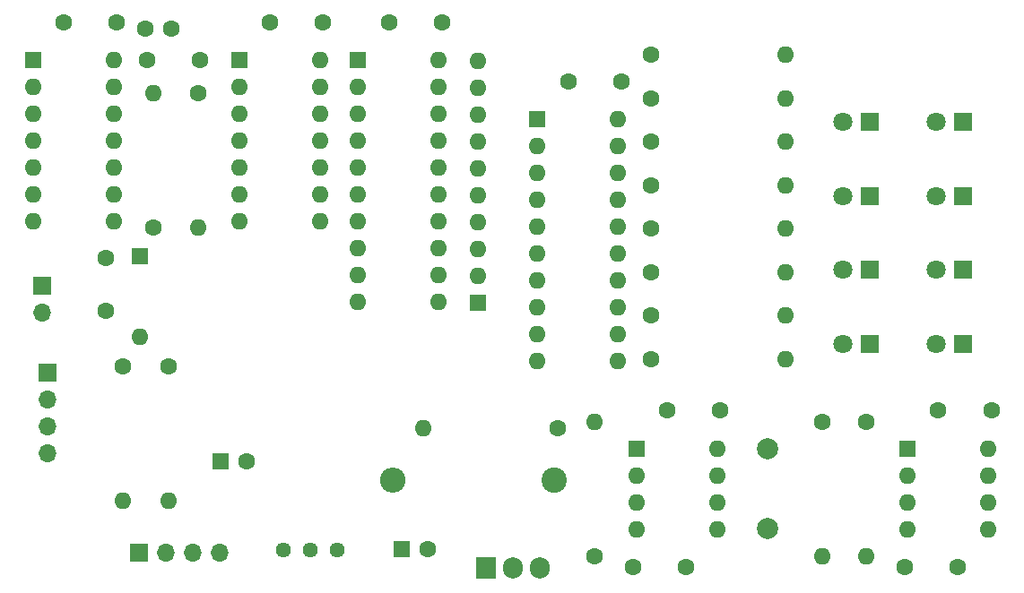
<source format=gbr>
%TF.GenerationSoftware,KiCad,Pcbnew,8.0.3*%
%TF.CreationDate,2024-12-27T16:28:35-08:00*%
%TF.ProjectId,enph259-servo,656e7068-3235-4392-9d73-6572766f2e6b,1*%
%TF.SameCoordinates,Original*%
%TF.FileFunction,Soldermask,Bot*%
%TF.FilePolarity,Negative*%
%FSLAX46Y46*%
G04 Gerber Fmt 4.6, Leading zero omitted, Abs format (unit mm)*
G04 Created by KiCad (PCBNEW 8.0.3) date 2024-12-27 16:28:35*
%MOMM*%
%LPD*%
G01*
G04 APERTURE LIST*
%ADD10C,2.000000*%
%ADD11R,1.905000X2.000000*%
%ADD12O,1.905000X2.000000*%
%ADD13R,1.600000X1.600000*%
%ADD14C,1.600000*%
%ADD15C,1.440000*%
%ADD16O,1.600000X1.600000*%
%ADD17R,1.800000X1.800000*%
%ADD18C,1.800000*%
%ADD19R,1.700000X1.700000*%
%ADD20O,1.700000X1.700000*%
%ADD21C,2.400000*%
%ADD22O,2.400000X2.400000*%
G04 APERTURE END LIST*
D10*
%TO.C,C7*%
X125100000Y-81745000D03*
X125100000Y-74245000D03*
%TD*%
D11*
%TO.C,Q1*%
X98460000Y-85500000D03*
D12*
X101000000Y-85500000D03*
X103540000Y-85500000D03*
%TD*%
D13*
%TO.C,C11*%
X90500000Y-83700000D03*
D14*
X93000000Y-83700000D03*
%TD*%
D15*
%TO.C,RV1*%
X84400000Y-83800000D03*
X81860000Y-83800000D03*
X79320000Y-83800000D03*
%TD*%
D14*
%TO.C,C5*%
X120580000Y-70600000D03*
X115580000Y-70600000D03*
%TD*%
D13*
%TO.C,U4*%
X103330000Y-43060000D03*
D16*
X103330000Y-45600000D03*
X103330000Y-48140000D03*
X103330000Y-50680000D03*
X103330000Y-53220000D03*
X103330000Y-55760000D03*
X103330000Y-58300000D03*
X103330000Y-60840000D03*
X103330000Y-63380000D03*
X103330000Y-65920000D03*
X110950000Y-65920000D03*
X110950000Y-63380000D03*
X110950000Y-60840000D03*
X110950000Y-58300000D03*
X110950000Y-55760000D03*
X110950000Y-53220000D03*
X110950000Y-50680000D03*
X110950000Y-48140000D03*
X110950000Y-45600000D03*
X110950000Y-43060000D03*
%TD*%
D14*
%TO.C,R1*%
X67100000Y-53260000D03*
D16*
X67100000Y-40560000D03*
%TD*%
D14*
%TO.C,R14*%
X105300000Y-72250000D03*
D16*
X92600000Y-72250000D03*
%TD*%
D13*
%TO.C,C12*%
X73400000Y-75400000D03*
D14*
X75900000Y-75400000D03*
%TD*%
D17*
%TO.C,D6*%
X134690000Y-50300000D03*
D18*
X132150000Y-50300000D03*
%TD*%
D14*
%TO.C,C3*%
X138000000Y-85400000D03*
X143000000Y-85400000D03*
%TD*%
%TO.C,R6*%
X114050000Y-45200000D03*
D16*
X126750000Y-45200000D03*
%TD*%
D14*
%TO.C,R10*%
X114050000Y-61600000D03*
D16*
X126750000Y-61600000D03*
%TD*%
D13*
%TO.C,U6*%
X112680000Y-74200000D03*
D16*
X112680000Y-76740000D03*
X112680000Y-79280000D03*
X112680000Y-81820000D03*
X120300000Y-81820000D03*
X120300000Y-79280000D03*
X120300000Y-76740000D03*
X120300000Y-74200000D03*
%TD*%
D14*
%TO.C,R18*%
X64200000Y-66450000D03*
D16*
X64200000Y-79150000D03*
%TD*%
D17*
%TO.C,D4*%
X143490000Y-64300000D03*
D18*
X140950000Y-64300000D03*
%TD*%
D14*
%TO.C,R13*%
X130200000Y-71650000D03*
D16*
X130200000Y-84350000D03*
%TD*%
D14*
%TO.C,R2*%
X71300000Y-40560000D03*
D16*
X71300000Y-53260000D03*
%TD*%
D14*
%TO.C,R12*%
X134400000Y-71650000D03*
D16*
X134400000Y-84350000D03*
%TD*%
D14*
%TO.C,R8*%
X114050000Y-53400000D03*
D16*
X126750000Y-53400000D03*
%TD*%
D14*
%TO.C,R7*%
X114050000Y-49300000D03*
D16*
X126750000Y-49300000D03*
%TD*%
D14*
%TO.C,R17*%
X68500000Y-66450000D03*
D16*
X68500000Y-79150000D03*
%TD*%
D13*
%TO.C,U2*%
X75200000Y-37460000D03*
D16*
X75200000Y-40000000D03*
X75200000Y-42540000D03*
X75200000Y-45080000D03*
X75200000Y-47620000D03*
X75200000Y-50160000D03*
X75200000Y-52700000D03*
X82820000Y-52700000D03*
X82820000Y-50160000D03*
X82820000Y-47620000D03*
X82820000Y-45080000D03*
X82820000Y-42540000D03*
X82820000Y-40000000D03*
X82820000Y-37460000D03*
%TD*%
D14*
%TO.C,C8*%
X94300000Y-33900000D03*
X89300000Y-33900000D03*
%TD*%
D19*
%TO.C,M1*%
X56600000Y-58800000D03*
D20*
X56600000Y-61340000D03*
%TD*%
D17*
%TO.C,D1*%
X143490000Y-43300000D03*
D18*
X140950000Y-43300000D03*
%TD*%
D14*
%TO.C,R5*%
X114050000Y-41100000D03*
D16*
X126750000Y-41100000D03*
%TD*%
D13*
%TO.C,R3*%
X97700000Y-60410000D03*
D16*
X97700000Y-57870000D03*
X97700000Y-55330000D03*
X97700000Y-52790000D03*
X97700000Y-50250000D03*
X97700000Y-47710000D03*
X97700000Y-45170000D03*
X97700000Y-42630000D03*
X97700000Y-40090000D03*
X97700000Y-37550000D03*
%TD*%
D14*
%TO.C,C10*%
X63600000Y-33900000D03*
X58600000Y-33900000D03*
%TD*%
D13*
%TO.C,U1*%
X55700000Y-37460000D03*
D16*
X55700000Y-40000000D03*
X55700000Y-42540000D03*
X55700000Y-45080000D03*
X55700000Y-47620000D03*
X55700000Y-50160000D03*
X55700000Y-52700000D03*
X63320000Y-52700000D03*
X63320000Y-50160000D03*
X63320000Y-47620000D03*
X63320000Y-45080000D03*
X63320000Y-42540000D03*
X63320000Y-40000000D03*
X63320000Y-37460000D03*
%TD*%
D19*
%TO.C,J1*%
X65680000Y-84000000D03*
D20*
X68220000Y-84000000D03*
X70760000Y-84000000D03*
X73300000Y-84000000D03*
%TD*%
D14*
%TO.C,C4*%
X146200000Y-70600000D03*
X141200000Y-70600000D03*
%TD*%
%TO.C,R15*%
X108700000Y-84350000D03*
D16*
X108700000Y-71650000D03*
%TD*%
D13*
%TO.C,D9*%
X65800000Y-55990000D03*
D16*
X65800000Y-63610000D03*
%TD*%
D14*
%TO.C,C9*%
X83100000Y-33900000D03*
X78100000Y-33900000D03*
%TD*%
%TO.C,C2*%
X66300000Y-34500000D03*
X68800000Y-34500000D03*
%TD*%
D17*
%TO.C,D8*%
X134690000Y-64300000D03*
D18*
X132150000Y-64300000D03*
%TD*%
D21*
%TO.C,R16*%
X104900000Y-77200000D03*
D22*
X89660000Y-77200000D03*
%TD*%
D14*
%TO.C,C14*%
X111250000Y-39500000D03*
X106250000Y-39500000D03*
%TD*%
D17*
%TO.C,D3*%
X143490000Y-57300000D03*
D18*
X140950000Y-57300000D03*
%TD*%
D17*
%TO.C,D7*%
X134690000Y-57300000D03*
D18*
X132150000Y-57300000D03*
%TD*%
D17*
%TO.C,D2*%
X143490000Y-50300000D03*
D18*
X140950000Y-50300000D03*
%TD*%
D14*
%TO.C,R11*%
X114050000Y-65700000D03*
D16*
X126750000Y-65700000D03*
%TD*%
D14*
%TO.C,C1*%
X66500000Y-37500000D03*
X71500000Y-37500000D03*
%TD*%
%TO.C,R4*%
X114050000Y-36950000D03*
D16*
X126750000Y-36950000D03*
%TD*%
D13*
%TO.C,U5*%
X138300000Y-74200000D03*
D16*
X138300000Y-76740000D03*
X138300000Y-79280000D03*
X138300000Y-81820000D03*
X145920000Y-81820000D03*
X145920000Y-79280000D03*
X145920000Y-76740000D03*
X145920000Y-74200000D03*
%TD*%
D14*
%TO.C,C6*%
X112380000Y-85400000D03*
X117380000Y-85400000D03*
%TD*%
%TO.C,C13*%
X62600000Y-61200000D03*
X62600000Y-56200000D03*
%TD*%
%TO.C,R9*%
X114050000Y-57500000D03*
D16*
X126750000Y-57500000D03*
%TD*%
D17*
%TO.C,D5*%
X134690000Y-43300000D03*
D18*
X132150000Y-43300000D03*
%TD*%
D13*
%TO.C,U3*%
X86400000Y-37460000D03*
D16*
X86400000Y-40000000D03*
X86400000Y-42540000D03*
X86400000Y-45080000D03*
X86400000Y-47620000D03*
X86400000Y-50160000D03*
X86400000Y-52700000D03*
X86400000Y-55240000D03*
X86400000Y-57780000D03*
X86400000Y-60320000D03*
X94020000Y-60320000D03*
X94020000Y-57780000D03*
X94020000Y-55240000D03*
X94020000Y-52700000D03*
X94020000Y-50160000D03*
X94020000Y-47620000D03*
X94020000Y-45080000D03*
X94020000Y-42540000D03*
X94020000Y-40000000D03*
X94020000Y-37460000D03*
%TD*%
D19*
%TO.C,Q2*%
X57100000Y-67000000D03*
D20*
X57100000Y-69540000D03*
X57100000Y-72080000D03*
X57100000Y-74620000D03*
%TD*%
M02*

</source>
